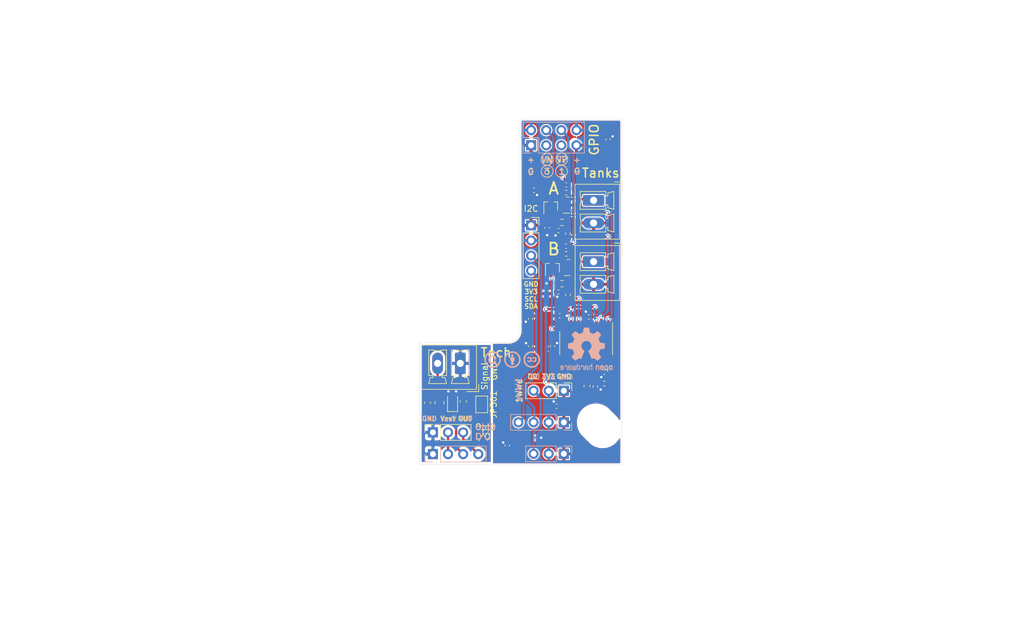
<source format=kicad_pcb>
(kicad_pcb (version 20171130) (host pcbnew "(5.1.9-0-10_14)")
  (title_block (title "Sailor Hat for ESP32") (date 2020-11-25) (rev 0.2.0) (company "Hat Laboratories") (comment 1 https://creativecommons.org/licenses/by-sa/4.0) (comment 2 "To view a copy of this license, visit ") (comment 3 "Sailor Hat for ESP32 is licensed under CC BY-SA 4.0."))
  (layers (0 F.Cu signal) (31 B.Cu signal) (34 B.Paste user) (35 F.Paste user) (36 B.SilkS user) (37 F.SilkS user) (38 B.Mask user) (39 F.Mask user) (44 Edge.Cuts user))
  (net 0 "")
  (net 1 GND)
  (net 2 +3V3)
  (net 3 "Net-(C401-Pad1)")
  (net 4 "Net-(C402-Pad1)")
  (net 5 "/Tank sender/Vin")
  (net 6 "Net-(C501-Pad1)")
  (net 7 "/Tank sender/VoutB")
  (net 8 "/Tank sender/VoutA")
  (net 9 "Net-(J501-Pad2)")
  (net 10 "Net-(Q401-Pad2)")
  (net 11 "Net-(Q401-Pad1)")
  (net 12 "Net-(Q402-Pad2)")
  (net 13 "Net-(Q402-Pad1)")
  (net 14 ISO_GND)
  (net 15 /ISO_IN)
  (net 16 /IOHeader/ISO_OUT)
  (net 17 /IOHeader/V_ISO)
  (net 18 /IOHeader/DQ)
  (net 19 /IOHeader/SDA)
  (net 20 /IOHeader/SCL)
  (net 21 /IOHeader/ADC_A)
  (net 22 /IOHeader/ADC_B)
  (module Package_TO_SOT_SMD:SOT-323_SC-70 (layer F.Cu) (at 148.4 81.95 90)
    (fp_text reference Q402 hide)
    (fp_text value S9015 hide)
    (pad 3 smd rect (at 1 0) (size 0.45 0.7) (layers F.Cu F.Paste F.Mask) (net 7 "/Tank sender/VoutB"))
    (pad 2 smd rect (at -1 0.65) (size 0.45 0.7) (layers F.Cu F.Paste F.Mask) (net 12 "Net-(Q402-Pad2)"))
    (pad 1 smd rect (at -1 -0.65) (size 0.45 0.7) (layers F.Cu F.Paste F.Mask) (net 13 "Net-(Q402-Pad1)"))
  )
  (module Package_TO_SOT_SMD:SOT-323_SC-70 (layer F.Cu) (at 148.1 71.6 90)
    (fp_text reference Q401 hide)
    (fp_text value S9015 hide)
    (pad 3 smd rect (at 1 0) (size 0.45 0.7) (layers F.Cu F.Paste F.Mask) (net 8 "/Tank sender/VoutA"))
    (pad 2 smd rect (at -1 0.65) (size 0.45 0.7) (layers F.Cu F.Paste F.Mask) (net 10 "Net-(Q401-Pad2)"))
    (pad 1 smd rect (at -1 -0.65) (size 0.45 0.7) (layers F.Cu F.Paste F.Mask) (net 11 "Net-(Q401-Pad1)"))
  )
  (module Package_DFN_QFN:Diodes_UDFN-10_1.0x2.5mm_P0.5mm (layer F.Cu) (at 150.85 81.9)
    (fp_text reference U403 hide)
    (fp_text value RCLAMP0524P-N hide)
    (pad 2 smd rect (at -0.3875 -0.5 270) (size 0.25 0.625) (layers F.Cu F.Paste F.Mask))
    (pad 3 smd rect (at -0.35 0 270) (size 0.45 0.7) (layers F.Cu F.Paste F.Mask) (net 1 GND))
    (pad 1 smd rect (at -0.3875 -1 270) (size 0.25 0.625) (layers F.Cu F.Paste F.Mask) (net 7 "/Tank sender/VoutB"))
    (pad 4 smd rect (at -0.3875 0.5 270) (size 0.25 0.625) (layers F.Cu F.Paste F.Mask))
    (pad 10 smd rect (at 0.3875 -1 270) (size 0.25 0.625) (layers F.Cu F.Paste F.Mask) (net 7 "/Tank sender/VoutB"))
    (pad 9 smd rect (at 0.3875 -0.5 270) (size 0.25 0.625) (layers F.Cu F.Paste F.Mask))
    (pad 5 smd rect (at -0.3875 1 270) (size 0.25 0.625) (layers F.Cu F.Paste F.Mask))
    (pad 8 smd rect (at 0.4125 0 270) (size 0.45 0.575) (layers F.Cu F.Paste F.Mask) (net 1 GND))
    (pad 6 smd rect (at 0.3875 1 270) (size 0.25 0.625) (layers F.Cu F.Paste F.Mask))
    (pad 7 smd rect (at 0.3875 0.5 270) (size 0.25 0.625) (layers F.Cu F.Paste F.Mask))
  )
  (module Package_DFN_QFN:Diodes_UDFN-10_1.0x2.5mm_P0.5mm (layer F.Cu) (at 150.7 71.4)
    (fp_text reference U402 hide)
    (fp_text value RCLAMP0524P-N hide)
    (pad 2 smd rect (at -0.3875 -0.5 270) (size 0.25 0.625) (layers F.Cu F.Paste F.Mask))
    (pad 3 smd rect (at -0.35 0 270) (size 0.45 0.7) (layers F.Cu F.Paste F.Mask) (net 1 GND))
    (pad 1 smd rect (at -0.3875 -1 270) (size 0.25 0.625) (layers F.Cu F.Paste F.Mask) (net 8 "/Tank sender/VoutA"))
    (pad 4 smd rect (at -0.3875 0.5 270) (size 0.25 0.625) (layers F.Cu F.Paste F.Mask))
    (pad 10 smd rect (at 0.3875 -1 270) (size 0.25 0.625) (layers F.Cu F.Paste F.Mask) (net 8 "/Tank sender/VoutA"))
    (pad 9 smd rect (at 0.3875 -0.5 270) (size 0.25 0.625) (layers F.Cu F.Paste F.Mask))
    (pad 5 smd rect (at -0.3875 1 270) (size 0.25 0.625) (layers F.Cu F.Paste F.Mask))
    (pad 8 smd rect (at 0.4125 0 270) (size 0.45 0.575) (layers F.Cu F.Paste F.Mask) (net 1 GND))
    (pad 6 smd rect (at 0.3875 1 270) (size 0.25 0.625) (layers F.Cu F.Paste F.Mask))
    (pad 7 smd rect (at 0.3875 0.5 270) (size 0.25 0.625) (layers F.Cu F.Paste F.Mask))
  )
  (module Connector_PinSocket_2.54mm:PinSocket_2x04_P2.54mm_Vertical (layer B.Cu) (at 144.8 61.34 270)
    (fp_text reference J303 hide)
    (fp_text value "GPIO subset" hide)
    (pad 8 thru_hole oval (at -2.54 -7.62 270) (size 1.7 1.7) (drill 1) (layers *.Cu *.Mask) (net 2 +3V3))
    (pad 7 thru_hole oval (at 0 -7.62 270) (size 1.7 1.7) (drill 1) (layers *.Cu *.Mask) (net 1 GND))
    (pad 6 thru_hole oval (at -2.54 -5.08 270) (size 1.7 1.7) (drill 1) (layers *.Cu *.Mask) (net 22 /IOHeader/ADC_B))
    (pad 5 thru_hole oval (at 0 -5.08 270) (size 1.7 1.7) (drill 1) (layers *.Cu *.Mask))
    (pad 4 thru_hole oval (at -2.54 -2.54 270) (size 1.7 1.7) (drill 1) (layers *.Cu *.Mask) (net 21 /IOHeader/ADC_A))
    (pad 3 thru_hole oval (at 0 -2.54 270) (size 1.7 1.7) (drill 1) (layers *.Cu *.Mask))
    (pad 2 thru_hole oval (at -2.54 0 270) (size 1.7 1.7) (drill 1) (layers *.Cu *.Mask) (net 2 +3V3))
    (pad 1 thru_hole rect (at 0 0 270) (size 1.7 1.7) (drill 1) (layers *.Cu *.Mask) (net 1 GND))
  )
  (module Resistor_SMD:R_0402_1005Metric (layer F.Cu) (at 150.7 79.6 180)
    (fp_text reference R408 hide)
    (fp_text value 1.5k hide)
    (pad 2 smd roundrect (at 0.51 0 180) (size 0.54 0.64) (layers F.Cu F.Paste F.Mask) (net 7 "/Tank sender/VoutB"))
    (pad 1 smd roundrect (at -0.51 0 180) (size 0.54 0.64) (layers F.Cu F.Paste F.Mask) (net 22 /IOHeader/ADC_B))
  )
  (module Resistor_SMD:R_0402_1005Metric (layer F.Cu) (at 150.7 69.3 180)
    (fp_text reference R407 hide)
    (fp_text value 1.5k hide)
    (pad 2 smd roundrect (at 0.51 0 180) (size 0.54 0.64) (layers F.Cu F.Paste F.Mask) (net 8 "/Tank sender/VoutA"))
    (pad 1 smd roundrect (at -0.51 0 180) (size 0.54 0.64) (layers F.Cu F.Paste F.Mask) (net 21 /IOHeader/ADC_A))
  )
  (module Resistor_SMD:R_0402_1005Metric (layer F.Cu) (at 157.1 101.4)
    (fp_text reference R406 hide)
    (fp_text value 10k hide)
    (pad 2 smd roundrect (at 0.51 0) (size 0.54 0.64) (layers F.Cu F.Paste F.Mask) (net 1 GND))
    (pad 1 smd roundrect (at -0.51 0) (size 0.54 0.64) (layers F.Cu F.Paste F.Mask) (net 5 "/Tank sender/Vin"))
  )
  (module Resistor_SMD:R_0402_1005Metric (layer F.Cu) (at 155.6 101.9 90)
    (fp_text reference R405 hide)
    (fp_text value 1k hide)
    (pad 2 smd roundrect (at 0.51 0 90) (size 0.54 0.64) (layers F.Cu F.Paste F.Mask) (net 5 "/Tank sender/Vin"))
    (pad 1 smd roundrect (at -0.51 0 90) (size 0.54 0.64) (layers F.Cu F.Paste F.Mask) (net 2 +3V3))
  )
  (module Resistor_SMD:R_0603_1608Metric (layer F.Cu) (at 150 84.6)
    (fp_text reference R404 hide)
    (fp_text value 30 hide)
    (pad 2 smd roundrect (at 0.825 0) (size 0.8 0.95) (layers F.Cu F.Paste F.Mask) (net 12 "Net-(Q402-Pad2)"))
    (pad 1 smd roundrect (at -0.825 0) (size 0.8 0.95) (layers F.Cu F.Paste F.Mask) (net 2 +3V3))
  )
  (module Resistor_SMD:R_0603_1608Metric (layer F.Cu) (at 150 74.3)
    (fp_text reference R403 hide)
    (fp_text value 30 hide)
    (pad 2 smd roundrect (at 0.825 0) (size 0.8 0.95) (layers F.Cu F.Paste F.Mask) (net 10 "Net-(Q401-Pad2)"))
    (pad 1 smd roundrect (at -0.825 0) (size 0.8 0.95) (layers F.Cu F.Paste F.Mask) (net 2 +3V3))
  )
  (module Resistor_SMD:R_0402_1005Metric (layer F.Cu) (at 151 86.5 270)
    (fp_text reference R402 hide)
    (fp_text value 1k hide)
    (pad 2 smd roundrect (at 0.51 0 270) (size 0.54 0.64) (layers F.Cu F.Paste F.Mask) (net 4 "Net-(C402-Pad1)"))
    (pad 1 smd roundrect (at -0.51 0 270) (size 0.54 0.64) (layers F.Cu F.Paste F.Mask) (net 12 "Net-(Q402-Pad2)"))
  )
  (module Resistor_SMD:R_0402_1005Metric (layer F.Cu) (at 151 76.2 270)
    (fp_text reference R401 hide)
    (fp_text value 1k hide)
    (pad 2 smd roundrect (at 0.51 0 270) (size 0.54 0.64) (layers F.Cu F.Paste F.Mask) (net 3 "Net-(C401-Pad1)"))
    (pad 1 smd roundrect (at -0.51 0 270) (size 0.54 0.64) (layers F.Cu F.Paste F.Mask) (net 10 "Net-(Q401-Pad2)"))
  )
  (module Connector_PinHeader_2.54mm:PinHeader_1x03_P2.54mm_Vertical (layer F.Cu) (at 150.3 102.6 270)
    (fp_text reference J305 hide)
    (fp_text value 1-Wire_top hide)
    (pad 3 thru_hole oval (at 0 5.08 270) (size 1.7 1.7) (drill 1) (layers *.Cu *.Mask) (net 18 /IOHeader/DQ))
    (pad 2 thru_hole oval (at 0 2.54 270) (size 1.7 1.7) (drill 1) (layers *.Cu *.Mask) (net 2 +3V3))
    (pad 1 thru_hole rect (at 0 0 270) (size 1.7 1.7) (drill 1) (layers *.Cu *.Mask) (net 1 GND))
  )
  (module Connector_PinSocket_2.54mm:PinSocket_1x04_P2.54mm_Vertical (layer F.Cu) (at 144.8 74.8)
    (fp_text reference J301 hide)
    (fp_text value I2C_top hide)
    (pad 4 thru_hole oval (at 0 7.62) (size 1.7 1.7) (drill 1) (layers *.Cu *.Mask) (net 19 /IOHeader/SDA))
    (pad 3 thru_hole oval (at 0 5.08) (size 1.7 1.7) (drill 1) (layers *.Cu *.Mask) (net 20 /IOHeader/SCL))
    (pad 2 thru_hole oval (at 0 2.54) (size 1.7 1.7) (drill 1) (layers *.Cu *.Mask) (net 2 +3V3))
    (pad 1 thru_hole rect (at 0 0) (size 1.7 1.7) (drill 1) (layers *.Cu *.Mask) (net 1 GND))
  )
  (module Capacitor_SMD:C_0402_1005Metric (layer F.Cu) (at 150.7 78.3 180)
    (fp_text reference C406 hide)
    (fp_text value 1uF hide)
    (pad 2 smd roundrect (at 0.48 0 180) (size 0.56 0.62) (layers F.Cu F.Paste F.Mask) (net 1 GND))
    (pad 1 smd roundrect (at -0.48 0 180) (size 0.56 0.62) (layers F.Cu F.Paste F.Mask) (net 22 /IOHeader/ADC_B))
  )
  (module Capacitor_SMD:C_0402_1005Metric (layer F.Cu) (at 150.7 68 180)
    (fp_text reference C405 hide)
    (fp_text value 1uF hide)
    (pad 2 smd roundrect (at 0.48 0 180) (size 0.56 0.62) (layers F.Cu F.Paste F.Mask) (net 1 GND))
    (pad 1 smd roundrect (at -0.48 0 180) (size 0.56 0.62) (layers F.Cu F.Paste F.Mask) (net 21 /IOHeader/ADC_A))
  )
  (module Capacitor_SMD:C_0603_1608Metric (layer F.Cu) (at 154.2 101.8 270)
    (fp_text reference C404 hide)
    (fp_text value 68nF hide)
    (pad 2 smd roundrect (at 0.775 0 270) (size 0.9 0.95) (layers F.Cu F.Paste F.Mask) (net 1 GND))
    (pad 1 smd roundrect (at -0.775 0 270) (size 0.9 0.95) (layers F.Cu F.Paste F.Mask) (net 5 "/Tank sender/Vin"))
  )
  (module Capacitor_SMD:C_0402_1005Metric (layer F.Cu) (at 154.5 90.2)
    (fp_text reference C403 hide)
    (fp_text value 100nF hide)
    (pad 2 smd roundrect (at 0.48 0) (size 0.56 0.62) (layers F.Cu F.Paste F.Mask) (net 1 GND))
    (pad 1 smd roundrect (at -0.48 0) (size 0.56 0.62) (layers F.Cu F.Paste F.Mask) (net 2 +3V3))
  )
  (module Capacitor_SMD:C_0402_1005Metric (layer F.Cu) (at 149.4 86 180)
    (fp_text reference C402 hide)
    (fp_text value 100nF hide)
    (pad 2 smd roundrect (at 0.48 0 180) (size 0.56 0.62) (layers F.Cu F.Paste F.Mask) (net 2 +3V3))
    (pad 1 smd roundrect (at -0.48 0 180) (size 0.56 0.62) (layers F.Cu F.Paste F.Mask) (net 4 "Net-(C402-Pad1)"))
  )
  (module Capacitor_SMD:C_0402_1005Metric (layer F.Cu) (at 149.4 75.7 180)
    (fp_text reference C401 hide)
    (fp_text value 100nF hide)
    (pad 2 smd roundrect (at 0.48 0 180) (size 0.56 0.62) (layers F.Cu F.Paste F.Mask) (net 2 +3V3))
    (pad 1 smd roundrect (at -0.48 0 180) (size 0.56 0.62) (layers F.Cu F.Paste F.Mask) (net 3 "Net-(C401-Pad1)"))
  )
  (module Capacitor_SMD:C_0402_1005Metric (layer F.Cu) (at 147.5 75.2 270)
    (fp_text reference C212 hide)
    (fp_text value 100nF hide)
    (pad 2 smd roundrect (at 0.48 0 270) (size 0.56 0.62) (layers F.Cu F.Paste F.Mask) (net 2 +3V3))
    (pad 1 smd roundrect (at -0.48 0 270) (size 0.56 0.62) (layers F.Cu F.Paste F.Mask) (net 1 GND))
  )
  (module Capacitor_SMD:C_0402_1005Metric (layer F.Cu) (at 144.7 95.1 90)
    (fp_text reference C211 hide)
    (fp_text value 100nF hide)
    (pad 2 smd roundrect (at 0.48 0 90) (size 0.56 0.62) (layers F.Cu F.Paste F.Mask) (net 2 +3V3))
    (pad 1 smd roundrect (at -0.48 0 90) (size 0.56 0.62) (layers F.Cu F.Paste F.Mask) (net 1 GND))
  )
  (module Capacitor_SMD:C_0402_1005Metric (layer F.Cu) (at 157.1 99.5 180)
    (fp_text reference C210 hide)
    (fp_text value 100nF hide)
    (pad 2 smd roundrect (at 0.48 0 180) (size 0.56 0.62) (layers F.Cu F.Paste F.Mask) (net 2 +3V3))
    (pad 1 smd roundrect (at -0.48 0 180) (size 0.56 0.62) (layers F.Cu F.Paste F.Mask) (net 1 GND))
  )
  (module Capacitor_SMD:C_0402_1005Metric (layer F.Cu) (at 145.3 68.9)
    (fp_text reference C208 hide)
    (fp_text value 100nF hide)
    (pad 2 smd roundrect (at 0.48 0) (size 0.56 0.62) (layers F.Cu F.Paste F.Mask) (net 2 +3V3))
    (pad 1 smd roundrect (at -0.48 0) (size 0.56 0.62) (layers F.Cu F.Paste F.Mask) (net 1 GND))
  )
  (module Capacitor_SMD:C_0402_1005Metric (layer F.Cu) (at 157.75 60.35 90)
    (fp_text reference C206 hide)
    (fp_text value 100nF hide)
    (pad 2 smd roundrect (at 0.48 0 90) (size 0.56 0.62) (layers F.Cu F.Paste F.Mask) (net 2 +3V3))
    (pad 1 smd roundrect (at -0.48 0 90) (size 0.56 0.62) (layers F.Cu F.Paste F.Mask) (net 1 GND))
  )
  (module Capacitor_SMD:C_0402_1005Metric (layer F.Cu) (at 149.6 90)
    (fp_text reference C205 hide)
    (fp_text value 100nF hide)
    (pad 2 smd roundrect (at 0.48 0) (size 0.56 0.62) (layers F.Cu F.Paste F.Mask) (net 2 +3V3))
    (pad 1 smd roundrect (at -0.48 0) (size 0.56 0.62) (layers F.Cu F.Paste F.Mask) (net 1 GND))
  )
  (module Capacitor_SMD:C_0402_1005Metric (layer F.Cu) (at 144.7 90.5 270)
    (fp_text reference C204 hide)
    (fp_text value 100nF hide)
    (pad 2 smd roundrect (at 0.48 0 270) (size 0.56 0.62) (layers F.Cu F.Paste F.Mask) (net 2 +3V3))
    (pad 1 smd roundrect (at -0.48 0 270) (size 0.56 0.62) (layers F.Cu F.Paste F.Mask) (net 1 GND))
  )
  (module Capacitor_SMD:C_0402_1005Metric (layer F.Cu) (at 147.4 85.8 90)
    (fp_text reference C203 hide)
    (fp_text value 100nF hide)
    (pad 2 smd roundrect (at 0.48 0 90) (size 0.56 0.62) (layers F.Cu F.Paste F.Mask) (net 2 +3V3))
    (pad 1 smd roundrect (at -0.48 0 90) (size 0.56 0.62) (layers F.Cu F.Paste F.Mask) (net 1 GND))
  )
  (module Capacitor_SMD:C_0402_1005Metric (layer F.Cu) (at 149.1 105.2 180)
    (fp_text reference C202 hide)
    (fp_text value 100nF hide)
    (pad 2 smd roundrect (at 0.48 0 180) (size 0.56 0.62) (layers F.Cu F.Paste F.Mask) (net 2 +3V3))
    (pad 1 smd roundrect (at -0.48 0 180) (size 0.56 0.62) (layers F.Cu F.Paste F.Mask) (net 1 GND))
  )
  (module Capacitor_SMD:C_0402_1005Metric (layer F.Cu) (at 148.4 95.1 90)
    (fp_text reference C201 hide)
    (fp_text value 100nF hide)
    (pad 2 smd roundrect (at 0.48 0 90) (size 0.56 0.62) (layers F.Cu F.Paste F.Mask) (net 2 +3V3))
    (pad 1 smd roundrect (at -0.48 0 90) (size 0.56 0.62) (layers F.Cu F.Paste F.Mask) (net 1 GND))
  )
  (module Connector_PinSocket_2.54mm:PinSocket_1x03_P2.54mm_Vertical (layer F.Cu) (at 128.3 109.6 90)
    (fp_text reference J307 hide)
    (fp_text value Opto_top hide)
    (pad 3 thru_hole oval (at 0 5.08 90) (size 1.7 1.7) (drill 1) (layers *.Cu *.Mask) (net 16 /IOHeader/ISO_OUT))
    (pad 2 thru_hole oval (at 0 2.54 90) (size 1.7 1.7) (drill 1) (layers *.Cu *.Mask) (net 17 /IOHeader/V_ISO))
    (pad 1 thru_hole rect (at 0 0 90) (size 1.7 1.7) (drill 1) (layers *.Cu *.Mask) (net 14 ISO_GND))
  )
  (module Connector_PinSocket_2.54mm:PinSocket_1x03_P2.54mm_Vertical (layer B.Cu) (at 150.3 113.2 90)
    (fp_text reference J306 hide)
    (fp_text value 1-Wire_bottom hide)
    (pad 3 thru_hole oval (at 0 -5.08 90) (size 1.7 1.7) (drill 1) (layers *.Cu *.Mask) (net 18 /IOHeader/DQ))
    (pad 2 thru_hole oval (at 0 -2.54 90) (size 1.7 1.7) (drill 1) (layers *.Cu *.Mask) (net 2 +3V3))
    (pad 1 thru_hole rect (at 0 0 90) (size 1.7 1.7) (drill 1) (layers *.Cu *.Mask) (net 1 GND))
  )
  (module Connector_PinSocket_2.54mm:PinSocket_1x04_P2.54mm_Vertical (layer B.Cu) (at 128.3 113.25 270)
    (fp_text reference J304 hide)
    (fp_text value Opto_bottom hide)
    (pad 4 thru_hole oval (at 0 -7.62 270) (size 1.7 1.7) (drill 1) (layers *.Cu *.Mask) (net 16 /IOHeader/ISO_OUT))
    (pad 3 thru_hole oval (at 0 -5.08 270) (size 1.7 1.7) (drill 1) (layers *.Cu *.Mask) (net 15 /ISO_IN))
    (pad 2 thru_hole oval (at 0 -2.54 270) (size 1.7 1.7) (drill 1) (layers *.Cu *.Mask) (net 17 /IOHeader/V_ISO))
    (pad 1 thru_hole rect (at 0 0 270) (size 1.7 1.7) (drill 1) (layers *.Cu *.Mask) (net 14 ISO_GND))
  )
  (module Package_SO:SOIC-14_3.9x8.7mm_P1.27mm (layer F.Cu) (at 154.05 94.6 270)
    (fp_text reference U401 hide)
    (fp_text value LMV324 hide)
    (pad 14 smd roundrect (at 2.475 -3.81 270) (size 1.95 0.6) (layers F.Cu F.Paste F.Mask))
    (pad 13 smd roundrect (at 2.475 -2.54 270) (size 1.95 0.6) (layers F.Cu F.Paste F.Mask) (net 1 GND))
    (pad 12 smd roundrect (at 2.475 -1.27 270) (size 1.95 0.6) (layers F.Cu F.Paste F.Mask) (net 1 GND))
    (pad 11 smd roundrect (at 2.475 0 270) (size 1.95 0.6) (layers F.Cu F.Paste F.Mask) (net 1 GND))
    (pad 10 smd roundrect (at 2.475 1.27 270) (size 1.95 0.6) (layers F.Cu F.Paste F.Mask) (net 1 GND))
    (pad 9 smd roundrect (at 2.475 2.54 270) (size 1.95 0.6) (layers F.Cu F.Paste F.Mask) (net 1 GND))
    (pad 8 smd roundrect (at 2.475 3.81 270) (size 1.95 0.6) (layers F.Cu F.Paste F.Mask))
    (pad 7 smd roundrect (at -2.475 3.81 270) (size 1.95 0.6) (layers F.Cu F.Paste F.Mask) (net 13 "Net-(Q402-Pad1)"))
    (pad 6 smd roundrect (at -2.475 2.54 270) (size 1.95 0.6) (layers F.Cu F.Paste F.Mask) (net 5 "/Tank sender/Vin"))
    (pad 5 smd roundrect (at -2.475 1.27 270) (size 1.95 0.6) (layers F.Cu F.Paste F.Mask) (net 4 "Net-(C402-Pad1)"))
    (pad 4 smd roundrect (at -2.475 0 270) (size 1.95 0.6) (layers F.Cu F.Paste F.Mask) (net 2 +3V3))
    (pad 3 smd roundrect (at -2.475 -1.27 270) (size 1.95 0.6) (layers F.Cu F.Paste F.Mask) (net 5 "/Tank sender/Vin"))
    (pad 2 smd roundrect (at -2.475 -2.54 270) (size 1.95 0.6) (layers F.Cu F.Paste F.Mask) (net 3 "Net-(C401-Pad1)"))
    (pad 1 smd roundrect (at -2.475 -3.81 270) (size 1.95 0.6) (layers F.Cu F.Paste F.Mask) (net 11 "Net-(Q401-Pad1)"))
  )
  (module Resistor_SMD:R_0805_2012Metric (layer F.Cu) (at 129.4 104.6 90)
    (fp_text reference R501 hide)
    (fp_text value 3.3k hide)
    (pad 2 smd roundrect (at 0.9125 0 90) (size 1.025 1.4) (layers F.Cu F.Paste F.Mask) (roundrect_rratio 0.243902) (net 9 "Net-(J501-Pad2)"))
    (pad 1 smd roundrect (at -0.9125 0 90) (size 1.025 1.4) (layers F.Cu F.Paste F.Mask) (roundrect_rratio 0.243902) (net 15 /ISO_IN))
  )
  (module Jumper:SolderJumper-2_P1.3mm_Open_Pad1.0x1.5mm (layer F.Cu) (at 136.5 104.9 270)
    (fp_text reference JP501 (at 0 -2 90) (layer F.SilkS))
    (fp_text value SolderJumper_2_Open hide)
    (pad 1 smd rect (at -0.65 0 270) (size 1 1.5) (layers F.Cu F.Mask) (net 6 "Net-(C501-Pad1)"))
    (pad 2 smd rect (at 0.65 0 270) (size 1 1.5) (layers F.Cu F.Mask) (net 15 /ISO_IN))
  )
  (module Connector_Phoenix_MC:PhoenixContact_MCV_1,5_2-G-3.81_1x02_P3.81mm_Vertical (layer F.Cu) (at 132.9 98 180)
    (fp_text reference J501 hide)
    (fp_text value Conn_01x02 hide)
    (pad 2 thru_hole oval (at 3.81 0 180) (size 1.8 3.6) (drill 1.2) (layers *.Cu *.Mask) (net 9 "Net-(J501-Pad2)"))
    (pad 1 thru_hole roundrect (at 0 0 180) (size 1.8 3.6) (drill 1.2) (layers *.Cu *.Mask) (roundrect_rratio 0.138889) (net 14 ISO_GND))
  )
  (module Connector_Phoenix_MC:PhoenixContact_MCV_1,5_2-G-3.81_1x02_P3.81mm_Vertical (layer F.Cu) (at 155.3 70.6 270)
    (fp_text reference J401 hide)
    (fp_text value Conn_01x02 hide)
    (pad 2 thru_hole oval (at 3.81 0 270) (size 1.8 3.6) (drill 1.2) (layers *.Cu *.Mask) (net 1 GND))
    (pad 1 thru_hole roundrect (at 0 0 270) (size 1.8 3.6) (drill 1.2) (layers *.Cu *.Mask) (roundrect_rratio 0.138889) (net 8 "/Tank sender/VoutA"))
  )
  (module Connector_Phoenix_MC:PhoenixContact_MCV_1,5_2-G-3.81_1x02_P3.81mm_Vertical (layer F.Cu) (at 155.3 80.9 270)
    (fp_text reference J402 hide)
    (fp_text value Conn_01x02 hide)
    (pad 2 thru_hole oval (at 3.81 0 270) (size 1.8 3.6) (drill 1.2) (layers *.Cu *.Mask) (net 1 GND))
    (pad 1 thru_hole roundrect (at 0 0 270) (size 1.8 3.6) (drill 1.2) (layers *.Cu *.Mask) (roundrect_rratio 0.138889) (net 7 "/Tank sender/VoutB"))
  )
  (module Diode_SMD:D_SOD-323 (layer F.Cu) (at 131.6 104.6 90)
    (fp_text reference D501 hide)
    (fp_text value BZT52C16S hide)
    (pad 2 smd rect (at 1.05 0 90) (size 0.6 0.45) (layers F.Cu F.Paste F.Mask) (net 14 ISO_GND))
    (pad 1 smd rect (at -1.05 0 90) (size 0.6 0.45) (layers F.Cu F.Paste F.Mask) (net 15 /ISO_IN))
  )
  (module Capacitor_SMD:C_0603_1608Metric (layer F.Cu) (at 127.4 104.6 90)
    (fp_text reference C502 hide)
    (fp_text value 4.7nF hide)
    (pad 2 smd roundrect (at 0.775 0 90) (size 0.9 0.95) (layers F.Cu F.Paste F.Mask) (net 14 ISO_GND))
    (pad 1 smd roundrect (at -0.775 0 90) (size 0.9 0.95) (layers F.Cu F.Paste F.Mask) (net 15 /ISO_IN))
  )
  (module Capacitor_SMD:C_0603_1608Metric (layer F.Cu) (at 133.4 104.4 90)
    (fp_text reference C501 hide)
    (fp_text value 47nF hide)
    (pad 2 smd roundrect (at 0.775 0 90) (size 0.9 0.95) (layers F.Cu F.Paste F.Mask) (net 14 ISO_GND))
    (pad 1 smd roundrect (at -0.775 0 90) (size 0.9 0.95) (layers F.Cu F.Paste F.Mask) (net 6 "Net-(C501-Pad1)"))
  )
  (module Connector_PinHeader_2.54mm:PinHeader_1x04_P2.54mm_Vertical (layer B.Cu) (at 150.3 107.91 90)
    (fp_text reference J302 hide)
    (fp_text value I2C_bottom hide)
    (pad 4 thru_hole oval (at 0 -7.62 90) (size 1.7 1.7) (drill 1) (layers *.Cu *.Mask) (net 19 /IOHeader/SDA))
    (pad 3 thru_hole oval (at 0 -5.08 90) (size 1.7 1.7) (drill 1) (layers *.Cu *.Mask) (net 20 /IOHeader/SCL))
    (pad 2 thru_hole oval (at 0 -2.54 90) (size 1.7 1.7) (drill 1) (layers *.Cu *.Mask) (net 2 +3V3))
    (pad 1 thru_hole rect (at 0 0 90) (size 1.7 1.7) (drill 1) (layers *.Cu *.Mask) (net 1 GND))
  )
  (module Capacitor_SMD:C_0402_1005Metric (layer F.Cu) (at 140.8 111.8 90)
    (fp_text reference C209 hide)
    (fp_text value 100nF hide)
    (pad 2 smd roundrect (at 0.48 0 90) (size 0.56 0.62) (layers F.Cu F.Paste F.Mask) (net 2 +3V3))
    (pad 1 smd roundrect (at -0.48 0 90) (size 0.56 0.62) (layers F.Cu F.Paste F.Mask) (net 1 GND))
  )
  (module Capacitor_SMD:C_0402_1005Metric (layer F.Cu) (at 145.32 110.5)
    (fp_text reference C207 hide)
    (fp_text value 100nF hide)
    (pad 2 smd roundrect (at 0.48 0) (size 0.56 0.62) (layers F.Cu F.Paste F.Mask) (net 2 +3V3))
    (pad 1 smd roundrect (at -0.48 0) (size 0.56 0.62) (layers F.Cu F.Paste F.Mask) (net 1 GND))
  )
  (module SH-ESP32:MountingSlot_3.2mm_M3_Unplated (layer F.Cu) (at 156.25 108.5 135)
    (fp_text reference H202 hide)
    (fp_text value MountingHole hide)
    (pad "" np_thru_hole oval (at 0 0 135) (size 4.8 3.2) (drill oval 4.8 3.2) (layers *.Cu *.Mask) (clearance 1.6))
  )
  (module SH-ESP32:MountingSlot_3.2mm_M3_Unplated (layer F.Cu) (at 111.75 63.5 135)
    (fp_text reference H201 hide)
    (fp_text value MountingHole hide)
    (pad "" np_thru_hole oval (at 0 0 135) (size 4.8 3.2) (drill oval 4.8 3.2) (layers *.Cu *.Mask) (clearance 1.6))
  )
  (module Symbol:OSHW-Logo2_9.8x8mm_SilkScreen (layer B.Cu) (at 154.1 95.7 180)
    (fp_text reference REF** hide)
    (fp_text value OSHW-Logo2_9.8x8mm_SilkScreen hide)
  )
  (module SH-ESP32:cc-by-sa-10mm (layer B.Cu) (at 141.65 97.4 180)
    (fp_text reference G*** hide)
    (fp_text value LOGO hide)
  )
  (gr_text OUT (at 133.8 107.3) (layer B.SilkS) (effects (font (size 0.8 0.8) (thickness 0.16)) (justify mirror)))
  (gr_text Vext (at 131 107.3) (layer B.SilkS) (effects (font (size 0.8 0.8) (thickness 0.16)) (justify mirror)))
  (gr_text GND (at 127.7 107.3) (layer B.SilkS) (effects (font (size 0.8 0.8) (thickness 0.16)) (justify mirror)))
  (gr_text "Opto\nI/O" (at 135.35 109.5) (layer B.SilkS) (effects (font (size 1 1) (thickness 0.16)) (justify right mirror)))
  (gr_circle (center 149.95 63.65) (end 150.95 63.65) (layer F.SilkS) (width 0.12))
  (gr_circle (center 149.95 63.7) (end 150.95 63.7) (layer B.SilkS) (width 0.12))
  (gr_circle (center 147.5 63.7) (end 148.5 63.7) (layer F.SilkS) (width 0.12))
  (gr_circle (center 147.5 63.75) (end 148.5 63.75) (layer B.SilkS) (width 0.12))
  (gr_text OUT (at 133.7 107.3) (layer F.SilkS) (effects (font (size 0.8 0.8) (thickness 0.16))))
  (gr_text Vext (at 130.8 107.3) (layer F.SilkS) (effects (font (size 0.8 0.8) (thickness 0.16))))
  (gr_text GND (at 127.7 107.3) (layer F.SilkS) (effects (font (size 0.8 0.8) (thickness 0.16))))
  (gr_text "Opto\nI/O" (at 135.3 109.5) (layer F.SilkS) (effects (font (size 1 1) (thickness 0.16)) (justify left)))
  (gr_text DQ (at 145.03 100.2) (layer F.SilkS) (effects (font (size 0.8 0.8) (thickness 0.16))))
  (gr_text 3V3 (at 147.68 100.2) (layer F.SilkS) (effects (font (size 0.8 0.8) (thickness 0.16))))
  (gr_text GND (at 150.33 100.2) (layer F.SilkS) (effects (font (size 0.8 0.8) (thickness 0.16))))
  (gr_text GND (at 150.62 100.3) (layer B.SilkS) (effects (font (size 0.8 0.8) (thickness 0.16)) (justify mirror)))
  (gr_text 3V3 (at 147.8 100.29) (layer B.SilkS) (effects (font (size 0.8 0.8) (thickness 0.16)) (justify mirror)))
  (gr_text DQ (at 145.45 100.25) (layer B.SilkS) (effects (font (size 0.8 0.8) (thickness 0.16)) (justify mirror)))
  (gr_text 1Wire (at 142.68 102.42 90) (layer B.SilkS) (effects (font (size 1 1) (thickness 0.16)) (justify mirror)))
  (gr_text 1Wire (at 142.79 102.63 90) (layer F.SilkS) (effects (font (size 1 1) (thickness 0.16))))
  (gr_text GPIO (at 155.4 60.4 90) (layer F.SilkS) (effects (font (size 1.5 1.5) (thickness 0.24))))
  (gr_text Tanks (at 156.5 66) (layer F.SilkS) (effects (font (size 1.5 1.5) (thickness 0.24))))
  (gr_text "Signal\nGND" (at 137.8 97.7 90) (layer F.SilkS) (effects (font (size 1 1) (thickness 0.16)) (justify right)))
  (gr_text Tach (at 138.9 96.2) (layer F.SilkS) (effects (font (size 1.5 1.5) (thickness 0.24))))
  (gr_text GND (at 144.8 84.7) (layer F.SilkS) (effects (font (size 0.8 0.8) (thickness 0.16))))
  (gr_text 3V3 (at 144.8 85.95) (layer F.SilkS) (effects (font (size 0.8 0.8) (thickness 0.16))))
  (gr_text SDA (at 144.8 88.4) (layer F.SilkS) (effects (font (size 0.8 0.8) (thickness 0.16))))
  (gr_text SCL (at 144.8 87.2) (layer F.SilkS) (effects (font (size 0.8 0.8) (thickness 0.16))))
  (gr_text I2C (at 144.8 72) (layer F.SilkS) (effects (font (size 1 1) (thickness 0.16))))
  (gr_arc (start 141 92.5) (end 141 94.5) (angle -90) (layer Edge.Cuts) (width 0.05))
  (gr_line (start 126 94.5) (end 141 94.5) (layer Edge.Cuts) (width 0.05))
  (gr_line (start 126 103) (end 126 94.5) (layer Edge.Cuts) (width 0.05))
  (gr_line (start 126 115) (end 126.1 115) (layer Edge.Cuts) (width 0.05))
  (gr_line (start 126 103) (end 126 115) (layer Edge.Cuts) (width 0.05))
  (gr_line (start 160 57) (end 143 57) (layer Edge.Cuts) (width 0.05))
  (gr_line (start 160 74) (end 160 57) (layer Edge.Cuts) (width 0.05))
  (gr_line (start 143 92.5) (end 143 57) (layer Edge.Cuts) (width 0.05))
  (gr_circle (center 149.9 65.75) (end 150.9 65.75) (layer B.SilkS) (width 0.12))
  (gr_circle (center 147.5 65.75) (end 148.5 65.75) (layer B.SilkS) (width 0.12))
  (gr_circle (center 149.9 65.7) (end 150.9 65.7) (layer F.SilkS) (width 0.12))
  (gr_circle (center 147.5 65.7) (end 148.5 65.7) (layer F.SilkS) (width 0.12))
  (gr_text + (at 152.5 63.8) (layer B.SilkS) (effects (font (size 1 1) (thickness 0.16)) (justify mirror)))
  (gr_text + (at 144.75 63.75) (layer F.SilkS) (effects (font (size 1 1) (thickness 0.16))))
  (gr_text + (at 152.5 63.8) (layer F.SilkS) (effects (font (size 1 1) (thickness 0.16))))
  (gr_text G (at 152.6 65.75) (layer B.SilkS) (effects (font (size 1 1) (thickness 0.16)) (justify mirror)))
  (gr_text G (at 144.8 65.85) (layer B.SilkS) (effects (font (size 1 1) (thickness 0.16)) (justify mirror)))
  (gr_text + (at 144.8 63.8) (layer B.SilkS) (effects (font (size 1 1) (thickness 0.16)) (justify mirror)))
  (gr_text VP (at 150 63.75) (layer F.SilkS) (effects (font (size 1 1) (thickness 0.16))))
  (gr_text VN (at 147.5 63.75) (layer F.SilkS) (effects (font (size 1 1) (thickness 0.16))))
  (gr_text 1 (at 149.9 65.75) (layer B.SilkS) (effects (font (size 1 1) (thickness 0.16)) (justify mirror)))
  (gr_text 3 (at 147.4 65.75) (layer B.SilkS) (effects (font (size 1 1) (thickness 0.16)) (justify mirror)))
  (gr_text VP (at 149.9 63.75) (layer B.SilkS) (effects (font (size 1 1) (thickness 0.16)) (justify mirror)))
  (gr_text VN (at 147.5 63.85) (layer B.SilkS) (effects (font (size 1 1) (thickness 0.16)) (justify mirror)))
  (gr_text G (at 152.5 65.7) (layer F.SilkS) (effects (font (size 1 1) (thickness 0.16))))
  (gr_text G (at 144.75 65.75) (layer F.SilkS) (effects (font (size 1 1) (thickness 0.16))))
  (gr_text 3 (at 147.5 65.75) (layer F.SilkS) (effects (font (size 1 1) (thickness 0.16))))
  (gr_text 1 (at 149.95 65.75) (layer F.SilkS) (effects (font (size 1 1) (thickness 0.16))))
  (gr_text B (at 148.6 78.8) (layer F.SilkS) (effects (font (size 2 2) (thickness 0.3))))
  (gr_text A (at 148.6 68.6) (layer F.SilkS) (effects (font (size 2 2) (thickness 0.3))))
  (gr_line (start 160 115) (end 160 74) (layer Edge.Cuts) (width 0.05))
  (gr_line (start 126.1 115) (end 160 115) (layer Edge.Cuts) (width 0.05))
  (via (at 146.5 110.5) (size 0.6) (drill 0.4) (layers F.Cu B.Cu) (net 2))
  (segment (start 145.8 110.5) (end 146.5 110.5) (width 0.4) (layer F.Cu) (net 2))
  (via (at 140.1 111.3) (size 0.6) (drill 0.4) (layers F.Cu B.Cu) (net 2))
  (segment (start 140.12 111.32) (end 140.1 111.3) (width 0.4) (layer F.Cu) (net 2))
  (segment (start 140.8 111.32) (end 140.12 111.32) (width 0.4) (layer F.Cu) (net 2))
  (segment (start 148.92 84.855) (end 149.175 84.6) (width 0.4) (layer F.Cu) (net 2))
  (segment (start 148.92 86) (end 148.92 84.855) (width 0.4) (layer F.Cu) (net 2))
  (segment (start 149.175 75.445) (end 148.92 75.7) (width 0.4) (layer F.Cu) (net 2))
  (segment (start 149.175 74.3) (end 149.175 75.445) (width 0.4) (layer F.Cu) (net 2))
  (segment (start 154.02 92.095) (end 154.05 92.125) (width 0.4) (layer F.Cu) (net 2))
  (segment (start 154.02 90.2) (end 154.02 92.095) (width 0.4) (layer F.Cu) (net 2))
  (via (at 156.5 102.4) (size 0.6) (drill 0.4) (layers F.Cu B.Cu) (net 2))
  (segment (start 156.49 102.41) (end 156.5 102.4) (width 0.4) (layer F.Cu) (net 2))
  (segment (start 155.6 102.41) (end 156.49 102.41) (width 0.4) (layer F.Cu) (net 2))
  (via (at 154 89.3) (size 0.6) (drill 0.4) (layers F.Cu B.Cu) (net 2))
  (segment (start 154.02 89.32) (end 154 89.3) (width 0.4) (layer F.Cu) (net 2))
  (segment (start 154.02 90.2) (end 154.02 89.32) (width 0.4) (layer F.Cu) (net 2))
  (segment (start 148.92 86.52) (end 149.2 86.8) (width 0.4) (layer F.Cu) (net 2))
  (via (at 149.2 86.8) (size 0.6) (drill 0.4) (layers F.Cu B.Cu) (net 2))
  (segment (start 148.92 86) (end 148.92 86.52) (width 0.4) (layer F.Cu) (net 2))
  (via (at 148.9 76.5) (size 0.6) (drill 0.4) (layers F.Cu B.Cu) (net 2))
  (segment (start 148.92 76.48) (end 148.9 76.5) (width 0.4) (layer F.Cu) (net 2))
  (segment (start 148.92 75.7) (end 148.92 76.48) (width 0.4) (layer F.Cu) (net 2))
  (via (at 158.5 59.85) (size 0.6) (drill 0.4) (layers F.Cu B.Cu) (net 2))
  (segment (start 158.48 59.87) (end 158.5 59.85) (width 0.4) (layer F.Cu) (net 2))
  (segment (start 157.75 59.87) (end 158.48 59.87) (width 0.4) (layer F.Cu) (net 2))
  (via (at 145.8 69.7) (size 0.6) (drill 0.4) (layers F.Cu B.Cu) (net 2))
  (segment (start 145.78 69.68) (end 145.8 69.7) (width 0.4) (layer F.Cu) (net 2))
  (segment (start 145.78 68.9) (end 145.78 69.68) (width 0.4) (layer F.Cu) (net 2))
  (via (at 147.5 76.45) (size 0.6) (drill 0.4) (layers F.Cu B.Cu) (net 2))
  (segment (start 147.5 75.68) (end 147.5 76.45) (width 0.4) (layer F.Cu) (net 2))
  (via (at 147.4 84.55) (size 0.6) (drill 0.4) (layers F.Cu B.Cu) (net 2))
  (segment (start 147.4 85.32) (end 147.4 84.55) (width 0.4) (layer F.Cu) (net 2))
  (via (at 149.15 94.6) (size 0.6) (drill 0.4) (layers F.Cu B.Cu) (net 2))
  (segment (start 149.13 94.62) (end 149.15 94.6) (width 0.4) (layer F.Cu) (net 2))
  (segment (start 148.4 94.62) (end 149.13 94.62) (width 0.4) (layer F.Cu) (net 2))
  (via (at 143.95 94.6) (size 0.6) (drill 0.4) (layers F.Cu B.Cu) (net 2))
  (segment (start 143.97 94.62) (end 143.95 94.6) (width 0.4) (layer F.Cu) (net 2))
  (segment (start 144.7 94.62) (end 143.97 94.62) (width 0.4) (layer F.Cu) (net 2))
  (via (at 143.9 91) (size 0.6) (drill 0.4) (layers F.Cu B.Cu) (net 2))
  (segment (start 143.92 90.98) (end 143.9 91) (width 0.4) (layer F.Cu) (net 2))
  (segment (start 144.7 90.98) (end 143.92 90.98) (width 0.4) (layer F.Cu) (net 2))
  (via (at 150.8 90) (size 0.6) (drill 0.4) (layers F.Cu B.Cu) (net 2))
  (segment (start 150.08 90) (end 150.8 90) (width 0.4) (layer F.Cu) (net 2))
  (segment (start 148.62 104.42) (end 148.6 104.4) (width 0.4) (layer F.Cu) (net 2))
  (via (at 148.6 104.4) (size 0.6) (drill 0.4) (layers F.Cu B.Cu) (net 2))
  (segment (start 148.62 105.2) (end 148.62 104.42) (width 0.4) (layer F.Cu) (net 2))
  (via (at 156.6 100.3) (size 0.6) (drill 0.4) (layers F.Cu B.Cu) (net 2))
  (segment (start 156.62 100.28) (end 156.6 100.3) (width 0.4) (layer F.Cu) (net 2))
  (segment (start 156.62 99.5) (end 156.62 100.28) (width 0.4) (layer F.Cu) (net 2))
  (segment (start 149.99 75.7) (end 151 76.71) (width 0.4) (layer F.Cu) (net 3))
  (segment (start 149.88 75.7) (end 149.99 75.7) (width 0.4) (layer F.Cu) (net 3))
  (via (at 157.7 76.7) (size 0.6) (drill 0.4) (layers F.Cu B.Cu) (net 3))
  (segment (start 157.69 76.71) (end 157.7 76.7) (width 0.4) (layer F.Cu) (net 3))
  (segment (start 151 76.71) (end 157.69 76.71) (width 0.4) (layer F.Cu) (net 3))
  (via (at 156.6 90.3) (size 0.6) (drill 0.4) (layers F.Cu B.Cu) (net 3))
  (segment (start 157.7 89.2) (end 156.6 90.3) (width 0.4) (layer B.Cu) (net 3))
  (segment (start 157.7 76.7) (end 157.7 89.2) (width 0.4) (layer B.Cu) (net 3))
  (segment (start 156.6 92.115) (end 156.59 92.125) (width 0.4) (layer F.Cu) (net 3))
  (segment (start 156.6 90.3) (end 156.6 92.115) (width 0.4) (layer F.Cu) (net 3))
  (segment (start 149.99 86) (end 151 87.01) (width 0.4) (layer F.Cu) (net 4))
  (segment (start 149.88 86) (end 149.99 86) (width 0.4) (layer F.Cu) (net 4))
  (via (at 152.8 90.5) (size 0.6) (drill 0.4) (layers F.Cu B.Cu) (net 4))
  (segment (start 152.78 90.52) (end 152.8 90.5) (width 0.4) (layer F.Cu) (net 4))
  (segment (start 152.78 92.125) (end 152.78 90.52) (width 0.4) (layer F.Cu) (net 4))
  (via (at 152.8 87.1) (size 0.6) (drill 0.4) (layers F.Cu B.Cu) (net 4))
  (segment (start 152.8 90.5) (end 152.8 87.1) (width 0.4) (layer B.Cu) (net 4))
  (segment (start 151.09 87.1) (end 151 87.01) (width 0.4) (layer F.Cu) (net 4))
  (segment (start 152.8 87.1) (end 151.09 87.1) (width 0.4) (layer F.Cu) (net 4))
  (segment (start 155.61 101.4) (end 155.6 101.39) (width 0.4) (layer F.Cu) (net 5))
  (segment (start 156.59 101.4) (end 155.61 101.4) (width 0.4) (layer F.Cu) (net 5))
  (segment (start 154.565 101.39) (end 154.2 101.025) (width 0.4) (layer F.Cu) (net 5))
  (segment (start 155.6 101.39) (end 154.565 101.39) (width 0.4) (layer F.Cu) (net 5))
  (via (at 151.5 88.9) (size 0.6) (drill 0.4) (layers F.Cu B.Cu) (net 5))
  (segment (start 147.300002 88.9) (end 151.5 88.9) (width 0.4) (layer F.Cu) (net 5))
  (via (at 151.5 90.5) (size 0.6) (drill 0.4) (layers F.Cu B.Cu) (net 5))
  (segment (start 151.5 88.9) (end 151.5 90.5) (width 0.4) (layer B.Cu) (net 5))
  (segment (start 151.5 92.115) (end 151.51 92.125) (width 0.4) (layer F.Cu) (net 5))
  (segment (start 151.5 90.5) (end 151.5 92.115) (width 0.4) (layer F.Cu) (net 5))
  (via (at 155.8 90.7) (size 0.6) (drill 0.4) (layers F.Cu B.Cu) (net 5))
  (segment (start 155.8 91.645) (end 155.32 92.125) (width 0.4) (layer F.Cu) (net 5))
  (segment (start 155.8 90.7) (end 155.8 91.645) (width 0.4) (layer F.Cu) (net 5))
  (via (at 147.3 101.1) (size 0.6) (drill 0.4) (layers F.Cu B.Cu) (net 5))
  (segment (start 154.2 101.025) (end 147.375 101.025) (width 0.4) (layer F.Cu) (net 5))
  (segment (start 147.375 101.025) (end 147.3 101.1) (width 0.4) (layer F.Cu) (net 5))
  (segment (start 147.3 88.900002) (end 147.300002 88.9) (width 0.4) (layer B.Cu) (net 5))
  (via (at 147.300002 88.9) (size 0.6) (drill 0.4) (layers F.Cu B.Cu) (net 5))
  (segment (start 147.3 101.1) (end 147.3 88.900002) (width 0.4) (layer B.Cu) (net 5))
  (segment (start 151.9 88.5) (end 155.5 88.5) (width 0.4) (layer F.Cu) (net 5))
  (segment (start 151.5 88.9) (end 151.9 88.5) (width 0.4) (layer F.Cu) (net 5))
  (segment (start 155.8 90.7) (end 155.5 90.4) (width 0.4) (layer B.Cu) (net 5))
  (segment (start 155.5 90.4) (end 155.5 88.5) (width 0.4) (layer B.Cu) (net 5))
  (via (at 155.5 88.5) (size 0.6) (drill 0.4) (layers F.Cu B.Cu) (net 5))
  (segment (start 150.99 86) (end 151 85.99) (width 0.4) (layer F.Cu) (net 12))
  (segment (start 133.25 105.325) (end 133.4 105.175) (width 0.4) (layer F.Cu) (net 6))
  (segment (start 133.575 105.35) (end 133.4 105.175) (width 0.4) (layer F.Cu) (net 6))
  (segment (start 134.325 104.25) (end 136.5 104.25) (width 0.4) (layer F.Cu) (net 6))
  (segment (start 133.4 105.175) (end 134.325 104.25) (width 0.4) (layer F.Cu) (net 6))
  (segment (start 148.45 80.9) (end 150.4625 80.9) (width 0.4) (layer F.Cu) (net 7))
  (segment (start 148.4 80.95) (end 148.45 80.9) (width 0.4) (layer F.Cu) (net 7))
  (segment (start 150.4625 79.8725) (end 150.19 79.6) (width 0.4) (layer F.Cu) (net 7))
  (segment (start 150.4625 80.9) (end 150.4625 79.8725) (width 0.4) (layer F.Cu) (net 7))
  (segment (start 150.4625 80.9) (end 151.2375 80.9) (width 0.4) (layer F.Cu) (net 7))
  (segment (start 151.2375 80.9) (end 155.3 80.9) (width 0.4) (layer F.Cu) (net 7))
  (segment (start 148.3 70.4) (end 150.3125 70.4) (width 0.4) (layer F.Cu) (net 8))
  (segment (start 148.1 70.6) (end 148.3 70.4) (width 0.4) (layer F.Cu) (net 8))
  (segment (start 150.3125 69.4225) (end 150.19 69.3) (width 0.4) (layer F.Cu) (net 8))
  (segment (start 150.3125 70.4) (end 150.3125 69.4225) (width 0.4) (layer F.Cu) (net 8))
  (segment (start 129.09 103.3775) (end 129.4 103.6875) (width 0.4) (layer F.Cu) (net 9))
  (segment (start 129.09 98) (end 129.09 103.3775) (width 0.4) (layer F.Cu) (net 9))
  (segment (start 151 74.475) (end 150.825 74.3) (width 0.4) (layer F.Cu) (net 10))
  (segment (start 151 75.69) (end 151 74.475) (width 0.4) (layer F.Cu) (net 10))
  (via (at 157.6 72.7) (size 0.6) (drill 0.4) (layers F.Cu B.Cu) (net 11))
  (via (at 157.8 90.5) (size 0.6) (drill 0.4) (layers F.Cu B.Cu) (net 11))
  (segment (start 157.8 92.065) (end 157.86 92.125) (width 0.4) (layer F.Cu) (net 11))
  (segment (start 157.8 90.5) (end 157.8 92.065) (width 0.4) (layer F.Cu) (net 11))
  (segment (start 157.6 72.7) (end 158.327001 73.427001) (width 0.4) (layer B.Cu) (net 11))
  (segment (start 158.327001 89.972999) (end 158.099999 90.200001) (width 0.4) (layer B.Cu) (net 11))
  (segment (start 158.327001 73.427001) (end 158.327001 89.972999) (width 0.4) (layer B.Cu) (net 11))
  (segment (start 158.099999 90.200001) (end 157.8 90.5) (width 0.4) (layer B.Cu) (net 11))
  (segment (start 152.8 72.7) (end 157.6 72.7) (width 0.4) (layer F.Cu) (net 11))
  (segment (start 152.4 73.1) (end 152.8 72.7) (width 0.4) (layer F.Cu) (net 11))
  (segment (start 148.052001 71.997999) (end 149.097999 71.997999) (width 0.25) (layer F.Cu) (net 11))
  (segment (start 147.45 72.6) (end 148.052001 71.997999) (width 0.25) (layer F.Cu) (net 11))
  (segment (start 150.2 73.1) (end 152.4 73.1) (width 0.25) (layer F.Cu) (net 11))
  (segment (start 149.097999 71.997999) (end 150.2 73.1) (width 0.25) (layer F.Cu) (net 11))
  (segment (start 151 84.775) (end 150.825 84.6) (width 0.4) (layer F.Cu) (net 12))
  (segment (start 151 85.99) (end 151 84.775) (width 0.4) (layer F.Cu) (net 12))
  (segment (start 149.175 82.95) (end 150.825 84.6) (width 0.4) (layer F.Cu) (net 12))
  (segment (start 149.05 82.95) (end 149.175 82.95) (width 0.4) (layer F.Cu) (net 12))
  (via (at 148.3 92.1) (size 0.6) (drill 0.4) (layers F.Cu B.Cu) (net 13))
  (segment (start 148.325 92.125) (end 148.3 92.1) (width 0.4) (layer F.Cu) (net 13))
  (segment (start 150.24 92.125) (end 148.325 92.125) (width 0.4) (layer F.Cu) (net 13))
  (segment (start 148.3 92.1) (end 148.3 83.8) (width 0.4) (layer B.Cu) (net 13))
  (via (at 148.3 83.7) (size 0.6) (drill 0.4) (layers F.Cu B.Cu) (net 13))
  (segment (start 148.3 83.8) (end 148.3 83.7) (width 0.4) (layer B.Cu) (net 13))
  (segment (start 148.3 83.5) (end 147.75 82.95) (width 0.4) (layer F.Cu) (net 13))
  (segment (start 148.3 83.7) (end 148.3 83.5) (width 0.4) (layer F.Cu) (net 13))
  (via (at 132.2 102.7) (size 0.6) (drill 0.4) (layers F.Cu B.Cu) (net 14))
  (via (at 130.9 102.7) (size 0.6) (drill 0.4) (layers F.Cu B.Cu) (net 14))
  (segment (start 127.5375 105.5125) (end 127.4 105.375) (width 0.4) (layer F.Cu) (net 15))
  (segment (start 129.4 105.5125) (end 127.5375 105.5125) (width 0.4) (layer F.Cu) (net 15))
  (segment (start 131.4625 105.5125) (end 131.6 105.65) (width 0.4) (layer F.Cu) (net 15))
  (segment (start 129.4 105.5125) (end 131.4625 105.5125) (width 0.4) (layer F.Cu) (net 15))
  (segment (start 131.90201 105.95201) (end 131.6 105.65) (width 0.4) (layer F.Cu) (net 15))
  (segment (start 136.09799 105.95201) (end 131.90201 105.95201) (width 0.4) (layer F.Cu) (net 15))
  (segment (start 136.5 105.55) (end 136.09799 105.95201) (width 0.4) (layer F.Cu) (net 15))
  (segment (start 132.202999 106.252999) (end 131.6 105.65) (width 0.4) (layer F.Cu) (net 15))
  (segment (start 132.202999 112.072999) (end 132.202999 106.252999) (width 0.4) (layer F.Cu) (net 15))
  (segment (start 133.38 113.25) (end 132.202999 112.072999) (width 0.4) (layer F.Cu) (net 15))
  (segment (start 133.38 110.71) (end 133.38 109.6) (width 0.4) (layer F.Cu) (net 16))
  (segment (start 135.92 113.25) (end 133.38 110.71) (width 0.4) (layer F.Cu) (net 16))
  (segment (start 130.84 113.25) (end 130.84 109.6) (width 0.4) (layer F.Cu) (net 17))
  (segment (start 146.397001 108.474961) (end 146.397001 103.777001) (width 0.4) (layer B.Cu) (net 18))
  (segment (start 145.22 109.651962) (end 146.397001 108.474961) (width 0.4) (layer B.Cu) (net 18))
  (segment (start 146.397001 103.777001) (end 145.22 102.6) (width 0.4) (layer B.Cu) (net 18))
  (segment (start 145.22 113.2) (end 145.22 109.651962) (width 0.4) (layer B.Cu) (net 18))
  (segment (start 145.7 83.32) (end 144.8 82.42) (width 0.4) (layer B.Cu) (net 19))
  (segment (start 145.7 98.7) (end 145.7 83.32) (width 0.4) (layer B.Cu) (net 19))
  (segment (start 143.515988 100.884012) (end 145.7 98.7) (width 0.4) (layer B.Cu) (net 19))
  (segment (start 143.515988 106.084012) (end 143.515988 100.884012) (width 0.4) (layer B.Cu) (net 19))
  (segment (start 143.5 106.1) (end 143.515988 106.084012) (width 0.4) (layer B.Cu) (net 19))
  (segment (start 143.5 107.09) (end 143.5 106.1) (width 0.4) (layer B.Cu) (net 19))
  (segment (start 142.68 107.91) (end 143.5 107.09) (width 0.4) (layer B.Cu) (net 19))
  (segment (start 146.5 81.58) (end 144.8 79.88) (width 0.4) (layer B.Cu) (net 20))
  (segment (start 145.327011 105.427011) (end 144.042999 104.142999) (width 0.4) (layer B.Cu) (net 20))
  (segment (start 145.327011 107.802989) (end 145.327011 105.427011) (width 0.4) (layer B.Cu) (net 20))
  (segment (start 144.042999 101.657001) (end 146.5 99.2) (width 0.4) (layer B.Cu) (net 20))
  (segment (start 144.042999 104.142999) (end 144.042999 101.657001) (width 0.4) (layer B.Cu) (net 20))
  (segment (start 146.5 99.2) (end 146.5 81.58) (width 0.4) (layer B.Cu) (net 20))
  (segment (start 145.22 107.91) (end 145.327011 107.802989) (width 0.4) (layer B.Cu) (net 20))
  (segment (start 151.21 68.03) (end 151.18 68) (width 0.4) (layer F.Cu) (net 21))
  (segment (start 151.21 69.3) (end 151.21 68.03) (width 0.4) (layer F.Cu) (net 21))
  (segment (start 151.18 67.73) (end 150.15 66.7) (width 0.4) (layer F.Cu) (net 21))
  (via (at 150.15 66.7) (size 0.6) (drill 0.4) (layers F.Cu B.Cu) (net 21))
  (segment (start 148.517001 59.977001) (end 148.517001 65.067001) (width 0.4) (layer B.Cu) (net 21))
  (segment (start 151.18 68) (end 151.18 67.73) (width 0.4) (layer F.Cu) (net 21))
  (segment (start 148.517001 65.067001) (end 150.15 66.7) (width 0.4) (layer B.Cu) (net 21))
  (segment (start 147.34 58.8) (end 148.517001 59.977001) (width 0.4) (layer B.Cu) (net 21))
  (via (at 151.9 77.6) (size 0.6) (drill 0.4) (layers F.Cu B.Cu) (net 22))
  (segment (start 151.2 78.3) (end 151.9 77.6) (width 0.4) (layer F.Cu) (net 22))
  (segment (start 151.18 78.3) (end 151.2 78.3) (width 0.4) (layer F.Cu) (net 22))
  (segment (start 151.057001 59.977001) (end 149.88 58.8) (width 0.4) (layer B.Cu) (net 22))
  (segment (start 151.057001 61.718963) (end 151.057001 59.977001) (width 0.4) (layer B.Cu) (net 22))
  (segment (start 151.9 62.561962) (end 151.057001 61.718963) (width 0.4) (layer B.Cu) (net 22))
  (segment (start 151.21 78.33) (end 151.18 78.3) (width 0.4) (layer F.Cu) (net 22))
  (segment (start 151.21 79.6) (end 151.21 78.33) (width 0.4) (layer F.Cu) (net 22))
  (segment (start 151.9 77.6) (end 151.9 62.561962) (width 0.4) (layer B.Cu) (net 22))
  (segment (start 155.1 70.4) (end 155.3 70.6) (width 0.4) (layer F.Cu) (net 8))
  (segment (start 151.0875 70.4) (end 155.1 70.4) (width 0.4) (layer F.Cu) (net 8))
  (segment (start 151.0875 70.4) (end 150.3125 70.4) (width 0.4) (layer F.Cu) (net 8))
  (segment (start 148.8 72.6) (end 150.5 74.3) (width 0.4) (layer F.Cu) (net 10))
  (segment (start 150.5 74.3) (end 150.825 74.3) (width 0.4) (layer F.Cu) (net 10))
  (segment (start 148.75 72.6) (end 148.8 72.6) (width 0.4) (layer F.Cu) (net 10))
  (zone (net 14) (net_name ISO_GND) (layer F.Cu) (priority 2) (connect_pads (clearance 0.4)) (min_thickness 0.2) (fill yes (arc_segments 32) (thermal_gap 0.5) (thermal_bridge_width 0.5))
    (polygon (pts (xy 138 115) (xy 126 115) (xy 126 94.5) (xy 138 94.5)))
  )
  (zone (net 14) (net_name ISO_GND) (layer B.Cu) (priority 2) (connect_pads (clearance 0.4)) (min_thickness 0.2) (fill yes (arc_segments 32) (thermal_gap 0.5) (thermal_bridge_width 0.5))
    (polygon (pts (xy 138 115) (xy 126 115) (xy 126 94.5) (xy 138 94.5)))
  )
  (zone (net 1) (net_name GND) (layer F.Cu) (connect_pads (clearance 0.2)) (min_thickness 0.2) (fill yes (arc_segments 32) (thermal_gap 0.5) (thermal_bridge_width 0.5))
    (polygon (pts (xy 172 115) (xy 89 115) (xy 89 57) (xy 172 57)))
  )
  (zone (net 2) (net_name +3V3) (layer B.Cu) (connect_pads (clearance 0.2)) (min_thickness 0.2) (fill yes (arc_segments 32) (thermal_gap 0.5) (thermal_bridge_width 0.5))
    (polygon (pts (xy 172 115) (xy 89 115) (xy 89 57) (xy 172 57)))
  )
)
</source>
